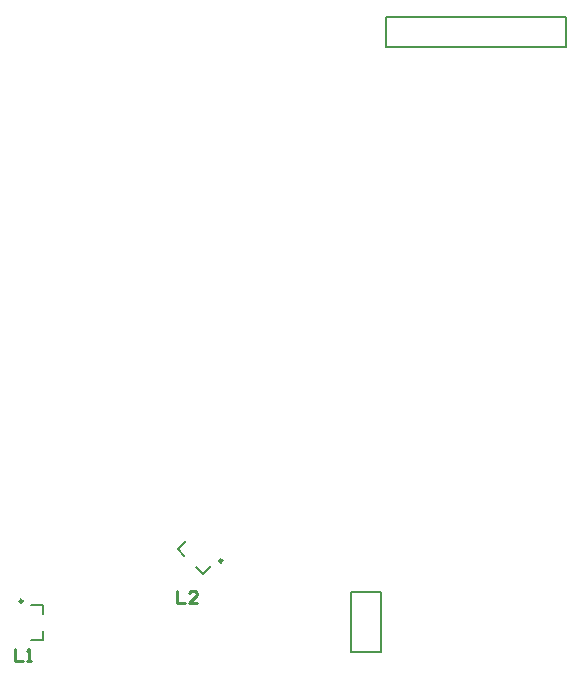
<source format=gto>
G04 Layer_Color=65535*
%FSLAX25Y25*%
%MOIN*%
G70*
G01*
G75*
%ADD12C,0.01000*%
%ADD20C,0.00984*%
%ADD21C,0.00787*%
D12*
X16000Y10499D02*
Y6500D01*
X18666D01*
X22664D02*
X19999D01*
X22664Y9166D01*
Y9832D01*
X21998Y10499D01*
X20665D01*
X19999Y9832D01*
X-38000Y-9001D02*
Y-13000D01*
X-35334D01*
X-34001D02*
X-32668D01*
X-33335D01*
Y-9001D01*
X-34001Y-9668D01*
D20*
X31018Y20504D02*
G03*
X31018Y20504I-492J0D01*
G01*
X-35630Y7087D02*
G03*
X-35630Y7087I-492J0D01*
G01*
D21*
X16119Y24471D02*
X18347Y22244D01*
X16119Y24471D02*
X18903Y27255D01*
X22244Y18347D02*
X24471Y16119D01*
X27255Y18903D01*
X-28740Y-5906D02*
Y-2756D01*
X-32677Y-5906D02*
X-28740D01*
Y2756D02*
Y5906D01*
X-32677D02*
X-28740D01*
X145551Y191850D02*
Y201850D01*
X85551Y191850D02*
Y201850D01*
X145551D01*
X85551Y191850D02*
X145551D01*
X73740Y10000D02*
X83740D01*
Y-10000D02*
Y10000D01*
X73740Y-10000D02*
X83740D01*
X73740D02*
Y10000D01*
M02*

</source>
